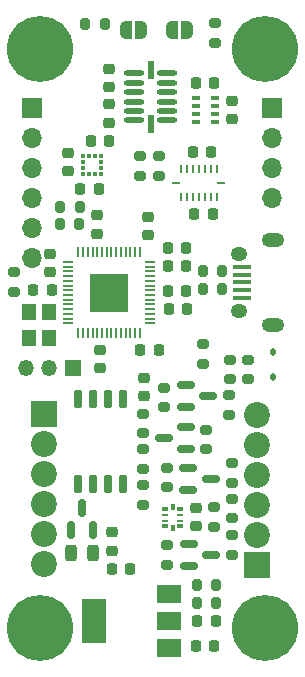
<source format=gbr>
%TF.GenerationSoftware,KiCad,Pcbnew,(7.0.0)*%
%TF.CreationDate,2023-12-17T22:30:30-08:00*%
%TF.ProjectId,Lyrav3,4c797261-7633-42e6-9b69-6361645f7063,rev?*%
%TF.SameCoordinates,Original*%
%TF.FileFunction,Soldermask,Bot*%
%TF.FilePolarity,Negative*%
%FSLAX46Y46*%
G04 Gerber Fmt 4.6, Leading zero omitted, Abs format (unit mm)*
G04 Created by KiCad (PCBNEW (7.0.0)) date 2023-12-17 22:30:30*
%MOMM*%
%LPD*%
G01*
G04 APERTURE LIST*
G04 Aperture macros list*
%AMRoundRect*
0 Rectangle with rounded corners*
0 $1 Rounding radius*
0 $2 $3 $4 $5 $6 $7 $8 $9 X,Y pos of 4 corners*
0 Add a 4 corners polygon primitive as box body*
4,1,4,$2,$3,$4,$5,$6,$7,$8,$9,$2,$3,0*
0 Add four circle primitives for the rounded corners*
1,1,$1+$1,$2,$3*
1,1,$1+$1,$4,$5*
1,1,$1+$1,$6,$7*
1,1,$1+$1,$8,$9*
0 Add four rect primitives between the rounded corners*
20,1,$1+$1,$2,$3,$4,$5,0*
20,1,$1+$1,$4,$5,$6,$7,0*
20,1,$1+$1,$6,$7,$8,$9,0*
20,1,$1+$1,$8,$9,$2,$3,0*%
%AMFreePoly0*
4,1,19,0.500000,-0.750000,0.000000,-0.750000,0.000000,-0.744911,-0.071157,-0.744911,-0.207708,-0.704816,-0.327430,-0.627875,-0.420627,-0.520320,-0.479746,-0.390866,-0.500000,-0.250000,-0.500000,0.250000,-0.479746,0.390866,-0.420627,0.520320,-0.327430,0.627875,-0.207708,0.704816,-0.071157,0.744911,0.000000,0.744911,0.000000,0.750000,0.500000,0.750000,0.500000,-0.750000,0.500000,-0.750000,
$1*%
%AMFreePoly1*
4,1,19,0.000000,0.744911,0.071157,0.744911,0.207708,0.704816,0.327430,0.627875,0.420627,0.520320,0.479746,0.390866,0.500000,0.250000,0.500000,-0.250000,0.479746,-0.390866,0.420627,-0.520320,0.327430,-0.627875,0.207708,-0.704816,0.071157,-0.744911,0.000000,-0.744911,0.000000,-0.750000,-0.500000,-0.750000,-0.500000,0.750000,0.000000,0.750000,0.000000,0.744911,0.000000,0.744911,
$1*%
G04 Aperture macros list end*
%ADD10R,0.250000X0.800000*%
%ADD11R,0.800000X0.250000*%
%ADD12RoundRect,0.112500X0.112500X-0.187500X0.112500X0.187500X-0.112500X0.187500X-0.112500X-0.187500X0*%
%ADD13R,0.700000X0.350000*%
%ADD14C,5.600000*%
%ADD15R,1.700000X1.700000*%
%ADD16O,1.700000X1.700000*%
%ADD17RoundRect,0.225000X-0.225000X-0.250000X0.225000X-0.250000X0.225000X0.250000X-0.225000X0.250000X0*%
%ADD18R,2.200000X2.200000*%
%ADD19C,2.200000*%
%ADD20R,0.350000X0.375000*%
%ADD21R,0.375000X0.350000*%
%ADD22RoundRect,0.200000X-0.200000X-0.275000X0.200000X-0.275000X0.200000X0.275000X-0.200000X0.275000X0*%
%ADD23RoundRect,0.225000X0.250000X-0.225000X0.250000X0.225000X-0.250000X0.225000X-0.250000X-0.225000X0*%
%ADD24RoundRect,0.200000X-0.275000X0.200000X-0.275000X-0.200000X0.275000X-0.200000X0.275000X0.200000X0*%
%ADD25R,1.350000X1.350000*%
%ADD26O,1.350000X1.350000*%
%ADD27RoundRect,0.225000X-0.250000X0.225000X-0.250000X-0.225000X0.250000X-0.225000X0.250000X0.225000X0*%
%ADD28RoundRect,0.050000X0.050000X-0.387500X0.050000X0.387500X-0.050000X0.387500X-0.050000X-0.387500X0*%
%ADD29RoundRect,0.050000X0.387500X-0.050000X0.387500X0.050000X-0.387500X0.050000X-0.387500X-0.050000X0*%
%ADD30R,3.200000X3.200000*%
%ADD31RoundRect,0.150000X-0.587500X-0.150000X0.587500X-0.150000X0.587500X0.150000X-0.587500X0.150000X0*%
%ADD32RoundRect,0.150000X0.150000X-0.587500X0.150000X0.587500X-0.150000X0.587500X-0.150000X-0.587500X0*%
%ADD33RoundRect,0.200000X0.275000X-0.200000X0.275000X0.200000X-0.275000X0.200000X-0.275000X-0.200000X0*%
%ADD34R,1.200000X1.400000*%
%ADD35RoundRect,0.150000X0.150000X-0.650000X0.150000X0.650000X-0.150000X0.650000X-0.150000X-0.650000X0*%
%ADD36RoundRect,0.200000X0.200000X0.275000X-0.200000X0.275000X-0.200000X-0.275000X0.200000X-0.275000X0*%
%ADD37R,2.000000X1.500000*%
%ADD38R,2.000000X3.800000*%
%ADD39RoundRect,0.225000X0.225000X0.250000X-0.225000X0.250000X-0.225000X-0.250000X0.225000X-0.250000X0*%
%ADD40R,1.600000X0.400000*%
%ADD41O,1.400000X1.200000*%
%ADD42O,1.900000X1.200000*%
%ADD43FreePoly0,0.000000*%
%ADD44FreePoly1,0.000000*%
%ADD45RoundRect,0.243750X-0.243750X-0.456250X0.243750X-0.456250X0.243750X0.456250X-0.243750X0.456250X0*%
%ADD46O,1.770000X0.450000*%
%ADD47R,0.600000X1.550000*%
%ADD48RoundRect,0.150000X0.587500X0.150000X-0.587500X0.150000X-0.587500X-0.150000X0.587500X-0.150000X0*%
%ADD49R,0.350000X0.630000*%
%ADD50R,0.580000X0.300000*%
%ADD51R,0.580000X0.250000*%
G04 APERTURE END LIST*
D10*
%TO.C,U2*%
X17923599Y41887298D03*
X17423599Y41887298D03*
X16923599Y41887298D03*
X16423599Y41887298D03*
X15923599Y41887298D03*
X15423599Y41887298D03*
X14923599Y41887298D03*
D11*
X14513599Y40687298D03*
D10*
X14923599Y39487298D03*
X15423599Y39487298D03*
X15923599Y39487298D03*
X16423599Y39487298D03*
X16923599Y39487298D03*
X17423599Y39487298D03*
X17923599Y39487298D03*
D11*
X18333599Y40687298D03*
%TD*%
D12*
%TO.C,D1*%
X22698800Y24215000D03*
X22698800Y26315000D03*
%TD*%
D13*
%TO.C,U7*%
X16158399Y47818199D03*
X16158399Y47168199D03*
X16158399Y46508199D03*
X16158399Y45858199D03*
X17758399Y47818199D03*
X17758399Y47168199D03*
X17758399Y46508199D03*
X17758399Y45858199D03*
%TD*%
D14*
%TO.C,H3*%
X3000000Y3000000D03*
%TD*%
D15*
%TO.C,J8*%
X22647999Y47015999D03*
D16*
X22647999Y44475999D03*
X22647999Y41935999D03*
X22647999Y39395999D03*
%TD*%
D17*
%TO.C,C19*%
X13795800Y35154200D03*
X15345800Y35154200D03*
%TD*%
D14*
%TO.C,H1*%
X3000000Y52000000D03*
%TD*%
%TO.C,H2*%
X22000000Y52000000D03*
%TD*%
%TO.C,H4*%
X22000000Y3000000D03*
%TD*%
D18*
%TO.C,J2*%
X3343999Y21107999D03*
D19*
X3344000Y18568000D03*
X3344000Y16028000D03*
X3344000Y13488000D03*
X3344000Y10948000D03*
X3344000Y8408000D03*
%TD*%
D18*
%TO.C,J9*%
X21377999Y8280999D03*
D19*
X21378000Y10821000D03*
X21378000Y13361000D03*
X21378000Y15901000D03*
X21378000Y18441000D03*
X21378000Y20981000D03*
%TD*%
D15*
%TO.C,J6*%
X2327999Y47025999D03*
D16*
X2327999Y44485999D03*
X2327999Y41945999D03*
X2327999Y39405999D03*
X2327999Y36865999D03*
X2327999Y34325999D03*
%TD*%
D17*
%TO.C,C18*%
X13795800Y33630200D03*
X15345800Y33630200D03*
%TD*%
D20*
%TO.C,U5*%
X8107199Y41452899D03*
X7607199Y41452899D03*
X7107199Y41452899D03*
X6607199Y41452899D03*
D21*
X6594699Y41965399D03*
X6594699Y42465399D03*
D20*
X6607199Y42977899D03*
X7107199Y42977899D03*
X7607199Y42977899D03*
X8107199Y42977899D03*
D21*
X8119699Y42465399D03*
X8119699Y41965399D03*
%TD*%
D17*
%TO.C,C22*%
X11459000Y26518200D03*
X13009000Y26518200D03*
%TD*%
D22*
%TO.C,R18*%
X16743000Y33223800D03*
X18393000Y33223800D03*
%TD*%
D23*
%TO.C,C11*%
X8830400Y45758400D03*
X8830400Y47308400D03*
%TD*%
D24*
%TO.C,R17*%
X13504000Y23330000D03*
X13504000Y21680000D03*
%TD*%
D25*
%TO.C,J5*%
X5750399Y24994199D03*
D26*
X3750399Y24994199D03*
X1750399Y24994199D03*
%TD*%
D24*
%TO.C,R6*%
X13072200Y42938799D03*
X13072200Y41288799D03*
%TD*%
D27*
%TO.C,C10*%
X8830400Y50305600D03*
X8830400Y48755600D03*
%TD*%
D28*
%TO.C,U8*%
X11417600Y27940600D03*
X11017600Y27940600D03*
X10617600Y27940600D03*
X10217600Y27940600D03*
X9817600Y27940600D03*
X9417600Y27940600D03*
X9017600Y27940600D03*
X8617600Y27940600D03*
X8217600Y27940600D03*
X7817600Y27940600D03*
X7417600Y27940600D03*
X7017600Y27940600D03*
X6617600Y27940600D03*
X6217600Y27940600D03*
D29*
X5380100Y28778100D03*
X5380100Y29178100D03*
X5380100Y29578100D03*
X5380100Y29978100D03*
X5380100Y30378100D03*
X5380100Y30778100D03*
X5380100Y31178100D03*
X5380100Y31578100D03*
X5380100Y31978100D03*
X5380100Y32378100D03*
X5380100Y32778100D03*
X5380100Y33178100D03*
X5380100Y33578100D03*
X5380100Y33978100D03*
D28*
X6217600Y34815600D03*
X6617600Y34815600D03*
X7017600Y34815600D03*
X7417600Y34815600D03*
X7817600Y34815600D03*
X8217600Y34815600D03*
X8617600Y34815600D03*
X9017600Y34815600D03*
X9417600Y34815600D03*
X9817600Y34815600D03*
X10217600Y34815600D03*
X10617600Y34815600D03*
X11017600Y34815600D03*
X11417600Y34815600D03*
D29*
X12255100Y33978100D03*
X12255100Y33578100D03*
X12255100Y33178100D03*
X12255100Y32778100D03*
X12255100Y32378100D03*
X12255100Y31978100D03*
X12255100Y31578100D03*
X12255100Y31178100D03*
X12255100Y30778100D03*
X12255100Y30378100D03*
X12255100Y29978100D03*
X12255100Y29578100D03*
X12255100Y29178100D03*
X12255100Y28778100D03*
D30*
X8817599Y31378099D03*
%TD*%
D31*
%TO.C,Q2*%
X15536000Y14631000D03*
X15536000Y16531000D03*
X17411000Y15581000D03*
%TD*%
D17*
%TO.C,C17*%
X13897400Y30023400D03*
X15447400Y30023400D03*
%TD*%
D32*
%TO.C,Q1*%
X7469000Y11255100D03*
X5569000Y11255100D03*
X6519000Y13130100D03*
%TD*%
D17*
%TO.C,C14*%
X7929000Y40132600D03*
X6379000Y40132600D03*
%TD*%
D33*
%TO.C,R27*%
X17060000Y18124000D03*
X17060000Y19774000D03*
%TD*%
D24*
%TO.C,R16*%
X13758000Y10008200D03*
X13758000Y8358200D03*
%TD*%
D34*
%TO.C,X1*%
X2036799Y27540699D03*
X2036799Y29740699D03*
X3736799Y29740699D03*
X3736799Y27540699D03*
%TD*%
D35*
%TO.C,U9*%
X9998800Y15189800D03*
X8728800Y15189800D03*
X7458800Y15189800D03*
X6188800Y15189800D03*
X6188800Y22389800D03*
X7458800Y22389800D03*
X8728800Y22389800D03*
X9998800Y22389800D03*
%TD*%
D17*
%TO.C,C6*%
X16285000Y3582000D03*
X17835000Y3582000D03*
%TD*%
D24*
%TO.C,R7*%
X11421200Y42938800D03*
X11421200Y41288800D03*
%TD*%
D23*
%TO.C,C12*%
X5325200Y41681400D03*
X5325200Y43231400D03*
%TD*%
D24*
%TO.C,R19*%
X19219000Y16916000D03*
X19219000Y15266000D03*
%TD*%
D17*
%TO.C,C1*%
X16031000Y37999000D03*
X17581000Y37999000D03*
%TD*%
D23*
%TO.C,C21*%
X12081600Y36258800D03*
X12081600Y37808800D03*
%TD*%
D36*
%TO.C,R15*%
X18393000Y31699800D03*
X16743000Y31699800D03*
%TD*%
D33*
%TO.C,R2*%
X804000Y31433600D03*
X804000Y33083600D03*
%TD*%
D37*
%TO.C,U1*%
X13859999Y5881999D03*
X13859999Y3581999D03*
X13859999Y1281999D03*
D38*
X7559999Y3581999D03*
%TD*%
D39*
%TO.C,C2*%
X17444800Y43279499D03*
X15894800Y43279499D03*
%TD*%
D17*
%TO.C,C5*%
X16158000Y1423000D03*
X17708000Y1423000D03*
%TD*%
%TO.C,C7*%
X9071400Y7976200D03*
X10621400Y7976200D03*
%TD*%
D27*
%TO.C,C15*%
X16196400Y13170800D03*
X16196400Y11620800D03*
%TD*%
D40*
%TO.C,J7*%
X20076399Y33558599D03*
X20076399Y32908599D03*
X20076399Y32258599D03*
X20076399Y31608599D03*
X20066399Y30958599D03*
D41*
X19826399Y29838599D03*
X19826399Y34678599D03*
D42*
X22726399Y35858599D03*
X22726399Y28658599D03*
%TD*%
D23*
%TO.C,C8*%
X9084400Y9538000D03*
X9084400Y11088000D03*
%TD*%
D27*
%TO.C,C23*%
X8017600Y26531200D03*
X8017600Y24981200D03*
%TD*%
D22*
%TO.C,R1*%
X6814313Y54128000D03*
X8464313Y54128000D03*
%TD*%
D39*
%TO.C,C13*%
X8843400Y44247400D03*
X7293400Y44247400D03*
%TD*%
D31*
%TO.C,Q3*%
X15566000Y8220000D03*
X15566000Y10120000D03*
X17441000Y9170000D03*
%TD*%
D24*
%TO.C,R25*%
X11726000Y15075000D03*
X11726000Y13425000D03*
%TD*%
D17*
%TO.C,C25*%
X13795800Y31547400D03*
X15345800Y31547400D03*
%TD*%
D43*
%TO.C,J4*%
X14124000Y53620000D03*
D44*
X15424000Y53620000D03*
%TD*%
D22*
%TO.C,R12*%
X16235000Y5106000D03*
X17885000Y5106000D03*
%TD*%
D36*
%TO.C,R10*%
X17885000Y6630000D03*
X16235000Y6630000D03*
%TD*%
D24*
%TO.C,R21*%
X19244400Y13932000D03*
X19244400Y12282000D03*
%TD*%
D45*
%TO.C,F1*%
X5606900Y9297000D03*
X7481900Y9297000D03*
%TD*%
D24*
%TO.C,R3*%
X16755200Y26987600D03*
X16755200Y25337600D03*
%TD*%
%TO.C,R23*%
X11726000Y18123000D03*
X11726000Y16473000D03*
%TD*%
%TO.C,R24*%
X17669600Y13220800D03*
X17669600Y11570800D03*
%TD*%
D46*
%TO.C,U4*%
X10925599Y45955799D03*
X10925599Y46755799D03*
X10925599Y47555799D03*
X10925599Y48355799D03*
X10925599Y49155799D03*
X10925599Y49955799D03*
D47*
X12335599Y50255799D03*
D46*
X13745599Y49955799D03*
X13745599Y49155799D03*
X13745599Y48355799D03*
X13745599Y47555799D03*
X13745599Y46755799D03*
X13745599Y45955799D03*
D47*
X12335599Y45655799D03*
%TD*%
D43*
%TO.C,J3*%
X10216999Y53620000D03*
D44*
X11516999Y53620000D03*
%TD*%
D36*
%TO.C,R5*%
X6302600Y37186200D03*
X4652600Y37186200D03*
%TD*%
D33*
%TO.C,R9*%
X18965000Y21045000D03*
X18965000Y22695000D03*
%TD*%
D22*
%TO.C,R4*%
X4678000Y38656199D03*
X6328000Y38656199D03*
%TD*%
D24*
%TO.C,R20*%
X11726000Y21107000D03*
X11726000Y19457000D03*
%TD*%
D33*
%TO.C,R14*%
X17771200Y52527800D03*
X17771200Y54177800D03*
%TD*%
D48*
%TO.C,Q5*%
X15330500Y20026000D03*
X15330500Y18126000D03*
X13455500Y19076000D03*
%TD*%
D23*
%TO.C,C16*%
X3852000Y33109200D03*
X3852000Y34659200D03*
%TD*%
D49*
%TO.C,U6*%
X14220199Y13192999D03*
D50*
X13590199Y13082999D03*
D51*
X13590199Y12582999D03*
X13590199Y12082999D03*
D50*
X13590199Y11582999D03*
D49*
X14220199Y11472999D03*
D50*
X14850199Y11582999D03*
D51*
X14850199Y12082999D03*
X14850199Y12582999D03*
D50*
X14850199Y13082999D03*
%TD*%
D24*
%TO.C,R26*%
X13758000Y16535000D03*
X13758000Y14885000D03*
%TD*%
D39*
%TO.C,C24*%
X3966600Y31598200D03*
X2416600Y31598200D03*
%TD*%
%TO.C,C4*%
X17733400Y49109400D03*
X16183400Y49109400D03*
%TD*%
D31*
%TO.C,Q4*%
X15312000Y21682000D03*
X15312000Y23582000D03*
X17187000Y22632000D03*
%TD*%
D24*
%TO.C,R8*%
X19219000Y10820000D03*
X19219000Y9170000D03*
%TD*%
D23*
%TO.C,C27*%
X11776800Y22606600D03*
X11776800Y24156600D03*
%TD*%
%TO.C,C26*%
X7763600Y36373400D03*
X7763600Y37923400D03*
%TD*%
%TO.C,C3*%
X19193600Y46063200D03*
X19193600Y47613200D03*
%TD*%
D24*
%TO.C,R13*%
X20616000Y25679000D03*
X20616000Y24029000D03*
%TD*%
D33*
%TO.C,R11*%
X19092000Y24029000D03*
X19092000Y25679000D03*
%TD*%
M02*

</source>
